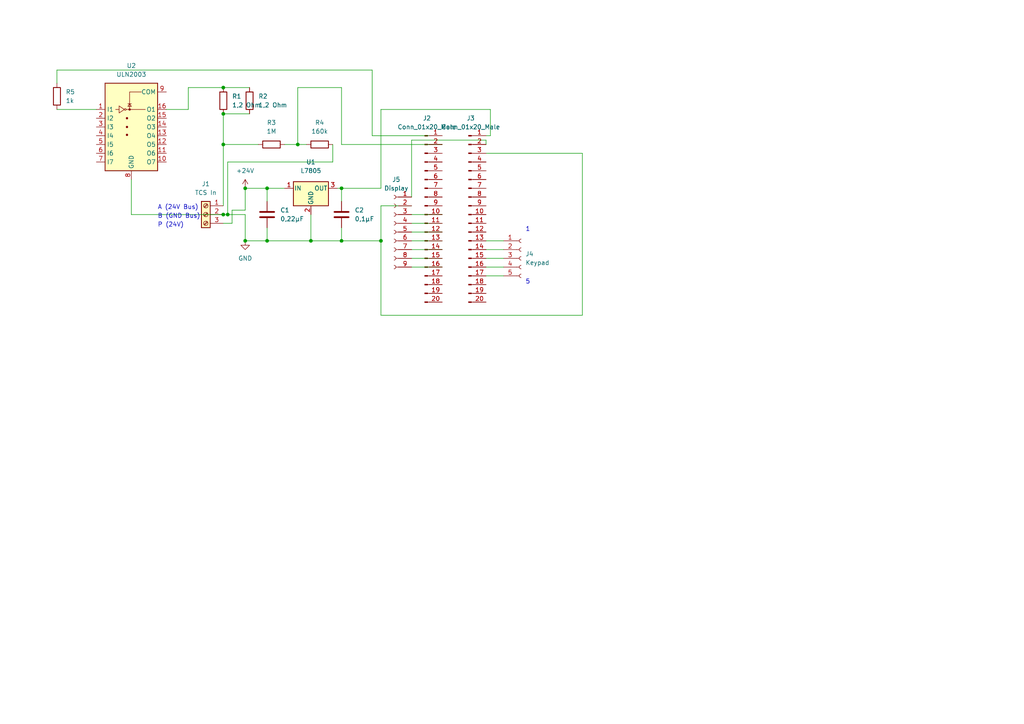
<source format=kicad_sch>
(kicad_sch (version 20211123) (generator eeschema)

  (uuid edcb1de5-d292-429a-a863-131d19b76a56)

  (paper "A4")

  (lib_symbols
    (symbol "Connector:Conn_01x05_Female" (pin_names (offset 1.016) hide) (in_bom yes) (on_board yes)
      (property "Reference" "J" (id 0) (at 0 7.62 0)
        (effects (font (size 1.27 1.27)))
      )
      (property "Value" "Conn_01x05_Female" (id 1) (at 0 -7.62 0)
        (effects (font (size 1.27 1.27)))
      )
      (property "Footprint" "" (id 2) (at 0 0 0)
        (effects (font (size 1.27 1.27)) hide)
      )
      (property "Datasheet" "~" (id 3) (at 0 0 0)
        (effects (font (size 1.27 1.27)) hide)
      )
      (property "ki_keywords" "connector" (id 4) (at 0 0 0)
        (effects (font (size 1.27 1.27)) hide)
      )
      (property "ki_description" "Generic connector, single row, 01x05, script generated (kicad-library-utils/schlib/autogen/connector/)" (id 5) (at 0 0 0)
        (effects (font (size 1.27 1.27)) hide)
      )
      (property "ki_fp_filters" "Connector*:*_1x??_*" (id 6) (at 0 0 0)
        (effects (font (size 1.27 1.27)) hide)
      )
      (symbol "Conn_01x05_Female_1_1"
        (arc (start 0 -4.572) (mid -0.508 -5.08) (end 0 -5.588)
          (stroke (width 0.1524) (type default) (color 0 0 0 0))
          (fill (type none))
        )
        (arc (start 0 -2.032) (mid -0.508 -2.54) (end 0 -3.048)
          (stroke (width 0.1524) (type default) (color 0 0 0 0))
          (fill (type none))
        )
        (polyline
          (pts
            (xy -1.27 -5.08)
            (xy -0.508 -5.08)
          )
          (stroke (width 0.1524) (type default) (color 0 0 0 0))
          (fill (type none))
        )
        (polyline
          (pts
            (xy -1.27 -2.54)
            (xy -0.508 -2.54)
          )
          (stroke (width 0.1524) (type default) (color 0 0 0 0))
          (fill (type none))
        )
        (polyline
          (pts
            (xy -1.27 0)
            (xy -0.508 0)
          )
          (stroke (width 0.1524) (type default) (color 0 0 0 0))
          (fill (type none))
        )
        (polyline
          (pts
            (xy -1.27 2.54)
            (xy -0.508 2.54)
          )
          (stroke (width 0.1524) (type default) (color 0 0 0 0))
          (fill (type none))
        )
        (polyline
          (pts
            (xy -1.27 5.08)
            (xy -0.508 5.08)
          )
          (stroke (width 0.1524) (type default) (color 0 0 0 0))
          (fill (type none))
        )
        (arc (start 0 0.508) (mid -0.508 0) (end 0 -0.508)
          (stroke (width 0.1524) (type default) (color 0 0 0 0))
          (fill (type none))
        )
        (arc (start 0 3.048) (mid -0.508 2.54) (end 0 2.032)
          (stroke (width 0.1524) (type default) (color 0 0 0 0))
          (fill (type none))
        )
        (arc (start 0 5.588) (mid -0.508 5.08) (end 0 4.572)
          (stroke (width 0.1524) (type default) (color 0 0 0 0))
          (fill (type none))
        )
        (pin passive line (at -5.08 5.08 0) (length 3.81)
          (name "Pin_1" (effects (font (size 1.27 1.27))))
          (number "1" (effects (font (size 1.27 1.27))))
        )
        (pin passive line (at -5.08 2.54 0) (length 3.81)
          (name "Pin_2" (effects (font (size 1.27 1.27))))
          (number "2" (effects (font (size 1.27 1.27))))
        )
        (pin passive line (at -5.08 0 0) (length 3.81)
          (name "Pin_3" (effects (font (size 1.27 1.27))))
          (number "3" (effects (font (size 1.27 1.27))))
        )
        (pin passive line (at -5.08 -2.54 0) (length 3.81)
          (name "Pin_4" (effects (font (size 1.27 1.27))))
          (number "4" (effects (font (size 1.27 1.27))))
        )
        (pin passive line (at -5.08 -5.08 0) (length 3.81)
          (name "Pin_5" (effects (font (size 1.27 1.27))))
          (number "5" (effects (font (size 1.27 1.27))))
        )
      )
    )
    (symbol "Connector:Conn_01x09_Female" (pin_names (offset 1.016) hide) (in_bom yes) (on_board yes)
      (property "Reference" "J" (id 0) (at 0 12.7 0)
        (effects (font (size 1.27 1.27)))
      )
      (property "Value" "Conn_01x09_Female" (id 1) (at 0 -12.7 0)
        (effects (font (size 1.27 1.27)))
      )
      (property "Footprint" "" (id 2) (at 0 0 0)
        (effects (font (size 1.27 1.27)) hide)
      )
      (property "Datasheet" "~" (id 3) (at 0 0 0)
        (effects (font (size 1.27 1.27)) hide)
      )
      (property "ki_keywords" "connector" (id 4) (at 0 0 0)
        (effects (font (size 1.27 1.27)) hide)
      )
      (property "ki_description" "Generic connector, single row, 01x09, script generated (kicad-library-utils/schlib/autogen/connector/)" (id 5) (at 0 0 0)
        (effects (font (size 1.27 1.27)) hide)
      )
      (property "ki_fp_filters" "Connector*:*_1x??_*" (id 6) (at 0 0 0)
        (effects (font (size 1.27 1.27)) hide)
      )
      (symbol "Conn_01x09_Female_1_1"
        (arc (start 0 -9.652) (mid -0.508 -10.16) (end 0 -10.668)
          (stroke (width 0.1524) (type default) (color 0 0 0 0))
          (fill (type none))
        )
        (arc (start 0 -7.112) (mid -0.508 -7.62) (end 0 -8.128)
          (stroke (width 0.1524) (type default) (color 0 0 0 0))
          (fill (type none))
        )
        (arc (start 0 -4.572) (mid -0.508 -5.08) (end 0 -5.588)
          (stroke (width 0.1524) (type default) (color 0 0 0 0))
          (fill (type none))
        )
        (arc (start 0 -2.032) (mid -0.508 -2.54) (end 0 -3.048)
          (stroke (width 0.1524) (type default) (color 0 0 0 0))
          (fill (type none))
        )
        (polyline
          (pts
            (xy -1.27 -10.16)
            (xy -0.508 -10.16)
          )
          (stroke (width 0.1524) (type default) (color 0 0 0 0))
          (fill (type none))
        )
        (polyline
          (pts
            (xy -1.27 -7.62)
            (xy -0.508 -7.62)
          )
          (stroke (width 0.1524) (type default) (color 0 0 0 0))
          (fill (type none))
        )
        (polyline
          (pts
            (xy -1.27 -5.08)
            (xy -0.508 -5.08)
          )
          (stroke (width 0.1524) (type default) (color 0 0 0 0))
          (fill (type none))
        )
        (polyline
          (pts
            (xy -1.27 -2.54)
            (xy -0.508 -2.54)
          )
          (stroke (width 0.1524) (type default) (color 0 0 0 0))
          (fill (type none))
        )
        (polyline
          (pts
            (xy -1.27 0)
            (xy -0.508 0)
          )
          (stroke (width 0.1524) (type default) (color 0 0 0 0))
          (fill (type none))
        )
        (polyline
          (pts
            (xy -1.27 2.54)
            (xy -0.508 2.54)
          )
          (stroke (width 0.1524) (type default) (color 0 0 0 0))
          (fill (type none))
        )
        (polyline
          (pts
            (xy -1.27 5.08)
            (xy -0.508 5.08)
          )
          (stroke (width 0.1524) (type default) (color 0 0 0 0))
          (fill (type none))
        )
        (polyline
          (pts
            (xy -1.27 7.62)
            (xy -0.508 7.62)
          )
          (stroke (width 0.1524) (type default) (color 0 0 0 0))
          (fill (type none))
        )
        (polyline
          (pts
            (xy -1.27 10.16)
            (xy -0.508 10.16)
          )
          (stroke (width 0.1524) (type default) (color 0 0 0 0))
          (fill (type none))
        )
        (arc (start 0 0.508) (mid -0.508 0) (end 0 -0.508)
          (stroke (width 0.1524) (type default) (color 0 0 0 0))
          (fill (type none))
        )
        (arc (start 0 3.048) (mid -0.508 2.54) (end 0 2.032)
          (stroke (width 0.1524) (type default) (color 0 0 0 0))
          (fill (type none))
        )
        (arc (start 0 5.588) (mid -0.508 5.08) (end 0 4.572)
          (stroke (width 0.1524) (type default) (color 0 0 0 0))
          (fill (type none))
        )
        (arc (start 0 8.128) (mid -0.508 7.62) (end 0 7.112)
          (stroke (width 0.1524) (type default) (color 0 0 0 0))
          (fill (type none))
        )
        (arc (start 0 10.668) (mid -0.508 10.16) (end 0 9.652)
          (stroke (width 0.1524) (type default) (color 0 0 0 0))
          (fill (type none))
        )
        (pin passive line (at -5.08 10.16 0) (length 3.81)
          (name "Pin_1" (effects (font (size 1.27 1.27))))
          (number "1" (effects (font (size 1.27 1.27))))
        )
        (pin passive line (at -5.08 7.62 0) (length 3.81)
          (name "Pin_2" (effects (font (size 1.27 1.27))))
          (number "2" (effects (font (size 1.27 1.27))))
        )
        (pin passive line (at -5.08 5.08 0) (length 3.81)
          (name "Pin_3" (effects (font (size 1.27 1.27))))
          (number "3" (effects (font (size 1.27 1.27))))
        )
        (pin passive line (at -5.08 2.54 0) (length 3.81)
          (name "Pin_4" (effects (font (size 1.27 1.27))))
          (number "4" (effects (font (size 1.27 1.27))))
        )
        (pin passive line (at -5.08 0 0) (length 3.81)
          (name "Pin_5" (effects (font (size 1.27 1.27))))
          (number "5" (effects (font (size 1.27 1.27))))
        )
        (pin passive line (at -5.08 -2.54 0) (length 3.81)
          (name "Pin_6" (effects (font (size 1.27 1.27))))
          (number "6" (effects (font (size 1.27 1.27))))
        )
        (pin passive line (at -5.08 -5.08 0) (length 3.81)
          (name "Pin_7" (effects (font (size 1.27 1.27))))
          (number "7" (effects (font (size 1.27 1.27))))
        )
        (pin passive line (at -5.08 -7.62 0) (length 3.81)
          (name "Pin_8" (effects (font (size 1.27 1.27))))
          (number "8" (effects (font (size 1.27 1.27))))
        )
        (pin passive line (at -5.08 -10.16 0) (length 3.81)
          (name "Pin_9" (effects (font (size 1.27 1.27))))
          (number "9" (effects (font (size 1.27 1.27))))
        )
      )
    )
    (symbol "Connector:Conn_01x20_Male" (pin_names (offset 1.016) hide) (in_bom yes) (on_board yes)
      (property "Reference" "J" (id 0) (at 0 25.4 0)
        (effects (font (size 1.27 1.27)))
      )
      (property "Value" "Conn_01x20_Male" (id 1) (at 0 -27.94 0)
        (effects (font (size 1.27 1.27)))
      )
      (property "Footprint" "" (id 2) (at 0 0 0)
        (effects (font (size 1.27 1.27)) hide)
      )
      (property "Datasheet" "~" (id 3) (at 0 0 0)
        (effects (font (size 1.27 1.27)) hide)
      )
      (property "ki_keywords" "connector" (id 4) (at 0 0 0)
        (effects (font (size 1.27 1.27)) hide)
      )
      (property "ki_description" "Generic connector, single row, 01x20, script generated (kicad-library-utils/schlib/autogen/connector/)" (id 5) (at 0 0 0)
        (effects (font (size 1.27 1.27)) hide)
      )
      (property "ki_fp_filters" "Connector*:*_1x??_*" (id 6) (at 0 0 0)
        (effects (font (size 1.27 1.27)) hide)
      )
      (symbol "Conn_01x20_Male_1_1"
        (polyline
          (pts
            (xy 1.27 -25.4)
            (xy 0.8636 -25.4)
          )
          (stroke (width 0.1524) (type default) (color 0 0 0 0))
          (fill (type none))
        )
        (polyline
          (pts
            (xy 1.27 -22.86)
            (xy 0.8636 -22.86)
          )
          (stroke (width 0.1524) (type default) (color 0 0 0 0))
          (fill (type none))
        )
        (polyline
          (pts
            (xy 1.27 -20.32)
            (xy 0.8636 -20.32)
          )
          (stroke (width 0.1524) (type default) (color 0 0 0 0))
          (fill (type none))
        )
        (polyline
          (pts
            (xy 1.27 -17.78)
            (xy 0.8636 -17.78)
          )
          (stroke (width 0.1524) (type default) (color 0 0 0 0))
          (fill (type none))
        )
        (polyline
          (pts
            (xy 1.27 -15.24)
            (xy 0.8636 -15.24)
          )
          (stroke (width 0.1524) (type default) (color 0 0 0 0))
          (fill (type none))
        )
        (polyline
          (pts
            (xy 1.27 -12.7)
            (xy 0.8636 -12.7)
          )
          (stroke (width 0.1524) (type default) (color 0 0 0 0))
          (fill (type none))
        )
        (polyline
          (pts
            (xy 1.27 -10.16)
            (xy 0.8636 -10.16)
          )
          (stroke (width 0.1524) (type default) (color 0 0 0 0))
          (fill (type none))
        )
        (polyline
          (pts
            (xy 1.27 -7.62)
            (xy 0.8636 -7.62)
          )
          (stroke (width 0.1524) (type default) (color 0 0 0 0))
          (fill (type none))
        )
        (polyline
          (pts
            (xy 1.27 -5.08)
            (xy 0.8636 -5.08)
          )
          (stroke (width 0.1524) (type default) (color 0 0 0 0))
          (fill (type none))
        )
        (polyline
          (pts
            (xy 1.27 -2.54)
            (xy 0.8636 -2.54)
          )
          (stroke (width 0.1524) (type default) (color 0 0 0 0))
          (fill (type none))
        )
        (polyline
          (pts
            (xy 1.27 0)
            (xy 0.8636 0)
          )
          (stroke (width 0.1524) (type default) (color 0 0 0 0))
          (fill (type none))
        )
        (polyline
          (pts
            (xy 1.27 2.54)
            (xy 0.8636 2.54)
          )
          (stroke (width 0.1524) (type default) (color 0 0 0 0))
          (fill (type none))
        )
        (polyline
          (pts
            (xy 1.27 5.08)
            (xy 0.8636 5.08)
          )
          (stroke (width 0.1524) (type default) (color 0 0 0 0))
          (fill (type none))
        )
        (polyline
          (pts
            (xy 1.27 7.62)
            (xy 0.8636 7.62)
          )
          (stroke (width 0.1524) (type default) (color 0 0 0 0))
          (fill (type none))
        )
        (polyline
          (pts
            (xy 1.27 10.16)
            (xy 0.8636 10.16)
          )
          (stroke (width 0.1524) (type default) (color 0 0 0 0))
          (fill (type none))
        )
        (polyline
          (pts
            (xy 1.27 12.7)
            (xy 0.8636 12.7)
          )
          (stroke (width 0.1524) (type default) (color 0 0 0 0))
          (fill (type none))
        )
        (polyline
          (pts
            (xy 1.27 15.24)
            (xy 0.8636 15.24)
          )
          (stroke (width 0.1524) (type default) (color 0 0 0 0))
          (fill (type none))
        )
        (polyline
          (pts
            (xy 1.27 17.78)
            (xy 0.8636 17.78)
          )
          (stroke (width 0.1524) (type default) (color 0 0 0 0))
          (fill (type none))
        )
        (polyline
          (pts
            (xy 1.27 20.32)
            (xy 0.8636 20.32)
          )
          (stroke (width 0.1524) (type default) (color 0 0 0 0))
          (fill (type none))
        )
        (polyline
          (pts
            (xy 1.27 22.86)
            (xy 0.8636 22.86)
          )
          (stroke (width 0.1524) (type default) (color 0 0 0 0))
          (fill (type none))
        )
        (rectangle (start 0.8636 -25.273) (end 0 -25.527)
          (stroke (width 0.1524) (type default) (color 0 0 0 0))
          (fill (type outline))
        )
        (rectangle (start 0.8636 -22.733) (end 0 -22.987)
          (stroke (width 0.1524) (type default) (color 0 0 0 0))
          (fill (type outline))
        )
        (rectangle (start 0.8636 -20.193) (end 0 -20.447)
          (stroke (width 0.1524) (type default) (color 0 0 0 0))
          (fill (type outline))
        )
        (rectangle (start 0.8636 -17.653) (end 0 -17.907)
          (stroke (width 0.1524) (type default) (color 0 0 0 0))
          (fill (type outline))
        )
        (rectangle (start 0.8636 -15.113) (end 0 -15.367)
          (stroke (width 0.1524) (type default) (color 0 0 0 0))
          (fill (type outline))
        )
        (rectangle (start 0.8636 -12.573) (end 0 -12.827)
          (stroke (width 0.1524) (type default) (color 0 0 0 0))
          (fill (type outline))
        )
        (rectangle (start 0.8636 -10.033) (end 0 -10.287)
          (stroke (width 0.1524) (type default) (color 0 0 0 0))
          (fill (type outline))
        )
        (rectangle (start 0.8636 -7.493) (end 0 -7.747)
          (stroke (width 0.1524) (type default) (color 0 0 0 0))
          (fill (type outline))
        )
        (rectangle (start 0.8636 -4.953) (end 0 -5.207)
          (stroke (width 0.1524) (type default) (color 0 0 0 0))
          (fill (type outline))
        )
        (rectangle (start 0.8636 -2.413) (end 0 -2.667)
          (stroke (width 0.1524) (type default) (color 0 0 0 0))
          (fill (type outline))
        )
        (rectangle (start 0.8636 0.127) (end 0 -0.127)
          (stroke (width 0.1524) (type default) (color 0 0 0 0))
          (fill (type outline))
        )
        (rectangle (start 0.8636 2.667) (end 0 2.413)
          (stroke (width 0.1524) (type default) (color 0 0 0 0))
          (fill (type outline))
        )
        (rectangle (start 0.8636 5.207) (end 0 4.953)
          (stroke (width 0.1524) (type default) (color 0 0 0 0))
          (fill (type outline))
        )
        (rectangle (start 0.8636 7.747) (end 0 7.493)
          (stroke (width 0.1524) (type default) (color 0 0 0 0))
          (fill (type outline))
        )
        (rectangle (start 0.8636 10.287) (end 0 10.033)
          (stroke (width 0.1524) (type default) (color 0 0 0 0))
          (fill (type outline))
        )
        (rectangle (start 0.8636 12.827) (end 0 12.573)
          (stroke (width 0.1524) (type default) (color 0 0 0 0))
          (fill (type outline))
        )
        (rectangle (start 0.8636 15.367) (end 0 15.113)
          (stroke (width 0.1524) (type default) (color 0 0 0 0))
          (fill (type outline))
        )
        (rectangle (start 0.8636 17.907) (end 0 17.653)
          (stroke (width 0.1524) (type default) (color 0 0 0 0))
          (fill (type outline))
        )
        (rectangle (start 0.8636 20.447) (end 0 20.193)
          (stroke (width 0.1524) (type default) (color 0 0 0 0))
          (fill (type outline))
        )
        (rectangle (start 0.8636 22.987) (end 0 22.733)
          (stroke (width 0.1524) (type default) (color 0 0 0 0))
          (fill (type outline))
        )
        (pin passive line (at 5.08 22.86 180) (length 3.81)
          (name "Pin_1" (effects (font (size 1.27 1.27))))
          (number "1" (effects (font (size 1.27 1.27))))
        )
        (pin passive line (at 5.08 0 180) (length 3.81)
          (name "Pin_10" (effects (font (size 1.27 1.27))))
          (number "10" (effects (font (size 1.27 1.27))))
        )
        (pin passive line (at 5.08 -2.54 180) (length 3.81)
          (name "Pin_11" (effects (font (size 1.27 1.27))))
          (number "11" (effects (font (size 1.27 1.27))))
        )
        (pin passive line (at 5.08 -5.08 180) (length 3.81)
          (name "Pin_12" (effects (font (size 1.27 1.27))))
          (number "12" (effects (font (size 1.27 1.27))))
        )
        (pin passive line (at 5.08 -7.62 180) (length 3.81)
          (name "Pin_13" (effects (font (size 1.27 1.27))))
          (number "13" (effects (font (size 1.27 1.27))))
        )
        (pin passive line (at 5.08 -10.16 180) (length 3.81)
          (name "Pin_14" (effects (font (size 1.27 1.27))))
          (number "14" (effects (font (size 1.27 1.27))))
        )
        (pin passive line (at 5.08 -12.7 180) (length 3.81)
          (name "Pin_15" (effects (font (size 1.27 1.27))))
          (number "15" (effects (font (size 1.27 1.27))))
        )
        (pin passive line (at 5.08 -15.24 180) (length 3.81)
          (name "Pin_16" (effects (font (size 1.27 1.27))))
          (number "16" (effects (font (size 1.27 1.27))))
        )
        (pin passive line (at 5.08 -17.78 180) (length 3.81)
          (name "Pin_17" (effects (font (size 1.27 1.27))))
          (number "17" (effects (font (size 1.27 1.27))))
        )
        (pin passive line (at 5.08 -20.32 180) (length 3.81)
          (name "Pin_18" (effects (font (size 1.27 1.27))))
          (number "18" (effects (font (size 1.27 1.27))))
        )
        (pin passive line (at 5.08 -22.86 180) (length 3.81)
          (name "Pin_19" (effects (font (size 1.27 1.27))))
          (number "19" (effects (font (size 1.27 1.27))))
        )
        (pin passive line (at 5.08 20.32 180) (length 3.81)
          (name "Pin_2" (effects (font (size 1.27 1.27))))
          (number "2" (effects (font (size 1.27 1.27))))
        )
        (pin passive line (at 5.08 -25.4 180) (length 3.81)
          (name "Pin_20" (effects (font (size 1.27 1.27))))
          (number "20" (effects (font (size 1.27 1.27))))
        )
        (pin passive line (at 5.08 17.78 180) (length 3.81)
          (name "Pin_3" (effects (font (size 1.27 1.27))))
          (number "3" (effects (font (size 1.27 1.27))))
        )
        (pin passive line (at 5.08 15.24 180) (length 3.81)
          (name "Pin_4" (effects (font (size 1.27 1.27))))
          (number "4" (effects (font (size 1.27 1.27))))
        )
        (pin passive line (at 5.08 12.7 180) (length 3.81)
          (name "Pin_5" (effects (font (size 1.27 1.27))))
          (number "5" (effects (font (size 1.27 1.27))))
        )
        (pin passive line (at 5.08 10.16 180) (length 3.81)
          (name "Pin_6" (effects (font (size 1.27 1.27))))
          (number "6" (effects (font (size 1.27 1.27))))
        )
        (pin passive line (at 5.08 7.62 180) (length 3.81)
          (name "Pin_7" (effects (font (size 1.27 1.27))))
          (number "7" (effects (font (size 1.27 1.27))))
        )
        (pin passive line (at 5.08 5.08 180) (length 3.81)
          (name "Pin_8" (effects (font (size 1.27 1.27))))
          (number "8" (effects (font (size 1.27 1.27))))
        )
        (pin passive line (at 5.08 2.54 180) (length 3.81)
          (name "Pin_9" (effects (font (size 1.27 1.27))))
          (number "9" (effects (font (size 1.27 1.27))))
        )
      )
    )
    (symbol "Connector:Screw_Terminal_01x03" (pin_names (offset 1.016) hide) (in_bom yes) (on_board yes)
      (property "Reference" "J" (id 0) (at 0 5.08 0)
        (effects (font (size 1.27 1.27)))
      )
      (property "Value" "Screw_Terminal_01x03" (id 1) (at 0 -5.08 0)
        (effects (font (size 1.27 1.27)))
      )
      (property "Footprint" "" (id 2) (at 0 0 0)
        (effects (font (size 1.27 1.27)) hide)
      )
      (property "Datasheet" "~" (id 3) (at 0 0 0)
        (effects (font (size 1.27 1.27)) hide)
      )
      (property "ki_keywords" "screw terminal" (id 4) (at 0 0 0)
        (effects (font (size 1.27 1.27)) hide)
      )
      (property "ki_description" "Generic screw terminal, single row, 01x03, script generated (kicad-library-utils/schlib/autogen/connector/)" (id 5) (at 0 0 0)
        (effects (font (size 1.27 1.27)) hide)
      )
      (property "ki_fp_filters" "TerminalBlock*:*" (id 6) (at 0 0 0)
        (effects (font (size 1.27 1.27)) hide)
      )
      (symbol "Screw_Terminal_01x03_1_1"
        (rectangle (start -1.27 3.81) (end 1.27 -3.81)
          (stroke (width 0.254) (type default) (color 0 0 0 0))
          (fill (type background))
        )
        (circle (center 0 -2.54) (radius 0.635)
          (stroke (width 0.1524) (type default) (color 0 0 0 0))
          (fill (type none))
        )
        (polyline
          (pts
            (xy -0.5334 -2.2098)
            (xy 0.3302 -3.048)
          )
          (stroke (width 0.1524) (type default) (color 0 0 0 0))
          (fill (type none))
        )
        (polyline
          (pts
            (xy -0.5334 0.3302)
            (xy 0.3302 -0.508)
          )
          (stroke (width 0.1524) (type default) (color 0 0 0 0))
          (fill (type none))
        )
        (polyline
          (pts
            (xy -0.5334 2.8702)
            (xy 0.3302 2.032)
          )
          (stroke (width 0.1524) (type default) (color 0 0 0 0))
          (fill (type none))
        )
        (polyline
          (pts
            (xy -0.3556 -2.032)
            (xy 0.508 -2.8702)
          )
          (stroke (width 0.1524) (type default) (color 0 0 0 0))
          (fill (type none))
        )
        (polyline
          (pts
            (xy -0.3556 0.508)
            (xy 0.508 -0.3302)
          )
          (stroke (width 0.1524) (type default) (color 0 0 0 0))
          (fill (type none))
        )
        (polyline
          (pts
            (xy -0.3556 3.048)
            (xy 0.508 2.2098)
          )
          (stroke (width 0.1524) (type default) (color 0 0 0 0))
          (fill (type none))
        )
        (circle (center 0 0) (radius 0.635)
          (stroke (width 0.1524) (type default) (color 0 0 0 0))
          (fill (type none))
        )
        (circle (center 0 2.54) (radius 0.635)
          (stroke (width 0.1524) (type default) (color 0 0 0 0))
          (fill (type none))
        )
        (pin passive line (at -5.08 2.54 0) (length 3.81)
          (name "Pin_1" (effects (font (size 1.27 1.27))))
          (number "1" (effects (font (size 1.27 1.27))))
        )
        (pin passive line (at -5.08 0 0) (length 3.81)
          (name "Pin_2" (effects (font (size 1.27 1.27))))
          (number "2" (effects (font (size 1.27 1.27))))
        )
        (pin passive line (at -5.08 -2.54 0) (length 3.81)
          (name "Pin_3" (effects (font (size 1.27 1.27))))
          (number "3" (effects (font (size 1.27 1.27))))
        )
      )
    )
    (symbol "Device:C" (pin_numbers hide) (pin_names (offset 0.254)) (in_bom yes) (on_board yes)
      (property "Reference" "C" (id 0) (at 0.635 2.54 0)
        (effects (font (size 1.27 1.27)) (justify left))
      )
      (property "Value" "C" (id 1) (at 0.635 -2.54 0)
        (effects (font (size 1.27 1.27)) (justify left))
      )
      (property "Footprint" "" (id 2) (at 0.9652 -3.81 0)
        (effects (font (size 1.27 1.27)) hide)
      )
      (property "Datasheet" "~" (id 3) (at 0 0 0)
        (effects (font (size 1.27 1.27)) hide)
      )
      (property "ki_keywords" "cap capacitor" (id 4) (at 0 0 0)
        (effects (font (size 1.27 1.27)) hide)
      )
      (property "ki_description" "Unpolarized capacitor" (id 5) (at 0 0 0)
        (effects (font (size 1.27 1.27)) hide)
      )
      (property "ki_fp_filters" "C_*" (id 6) (at 0 0 0)
        (effects (font (size 1.27 1.27)) hide)
      )
      (symbol "C_0_1"
        (polyline
          (pts
            (xy -2.032 -0.762)
            (xy 2.032 -0.762)
          )
          (stroke (width 0.508) (type default) (color 0 0 0 0))
          (fill (type none))
        )
        (polyline
          (pts
            (xy -2.032 0.762)
            (xy 2.032 0.762)
          )
          (stroke (width 0.508) (type default) (color 0 0 0 0))
          (fill (type none))
        )
      )
      (symbol "C_1_1"
        (pin passive line (at 0 3.81 270) (length 2.794)
          (name "~" (effects (font (size 1.27 1.27))))
          (number "1" (effects (font (size 1.27 1.27))))
        )
        (pin passive line (at 0 -3.81 90) (length 2.794)
          (name "~" (effects (font (size 1.27 1.27))))
          (number "2" (effects (font (size 1.27 1.27))))
        )
      )
    )
    (symbol "Device:R" (pin_numbers hide) (pin_names (offset 0)) (in_bom yes) (on_board yes)
      (property "Reference" "R" (id 0) (at 2.032 0 90)
        (effects (font (size 1.27 1.27)))
      )
      (property "Value" "R" (id 1) (at 0 0 90)
        (effects (font (size 1.27 1.27)))
      )
      (property "Footprint" "" (id 2) (at -1.778 0 90)
        (effects (font (size 1.27 1.27)) hide)
      )
      (property "Datasheet" "~" (id 3) (at 0 0 0)
        (effects (font (size 1.27 1.27)) hide)
      )
      (property "ki_keywords" "R res resistor" (id 4) (at 0 0 0)
        (effects (font (size 1.27 1.27)) hide)
      )
      (property "ki_description" "Resistor" (id 5) (at 0 0 0)
        (effects (font (size 1.27 1.27)) hide)
      )
      (property "ki_fp_filters" "R_*" (id 6) (at 0 0 0)
        (effects (font (size 1.27 1.27)) hide)
      )
      (symbol "R_0_1"
        (rectangle (start -1.016 -2.54) (end 1.016 2.54)
          (stroke (width 0.254) (type default) (color 0 0 0 0))
          (fill (type none))
        )
      )
      (symbol "R_1_1"
        (pin passive line (at 0 3.81 270) (length 1.27)
          (name "~" (effects (font (size 1.27 1.27))))
          (number "1" (effects (font (size 1.27 1.27))))
        )
        (pin passive line (at 0 -3.81 90) (length 1.27)
          (name "~" (effects (font (size 1.27 1.27))))
          (number "2" (effects (font (size 1.27 1.27))))
        )
      )
    )
    (symbol "Regulator_Linear:L7805" (pin_names (offset 0.254)) (in_bom yes) (on_board yes)
      (property "Reference" "U" (id 0) (at -3.81 3.175 0)
        (effects (font (size 1.27 1.27)))
      )
      (property "Value" "L7805" (id 1) (at 0 3.175 0)
        (effects (font (size 1.27 1.27)) (justify left))
      )
      (property "Footprint" "" (id 2) (at 0.635 -3.81 0)
        (effects (font (size 1.27 1.27) italic) (justify left) hide)
      )
      (property "Datasheet" "http://www.st.com/content/ccc/resource/technical/document/datasheet/41/4f/b3/b0/12/d4/47/88/CD00000444.pdf/files/CD00000444.pdf/jcr:content/translations/en.CD00000444.pdf" (id 3) (at 0 -1.27 0)
        (effects (font (size 1.27 1.27)) hide)
      )
      (property "ki_keywords" "Voltage Regulator 1.5A Positive" (id 4) (at 0 0 0)
        (effects (font (size 1.27 1.27)) hide)
      )
      (property "ki_description" "Positive 1.5A 35V Linear Regulator, Fixed Output 5V, TO-220/TO-263/TO-252" (id 5) (at 0 0 0)
        (effects (font (size 1.27 1.27)) hide)
      )
      (property "ki_fp_filters" "TO?252* TO?263* TO?220*" (id 6) (at 0 0 0)
        (effects (font (size 1.27 1.27)) hide)
      )
      (symbol "L7805_0_1"
        (rectangle (start -5.08 1.905) (end 5.08 -5.08)
          (stroke (width 0.254) (type default) (color 0 0 0 0))
          (fill (type background))
        )
      )
      (symbol "L7805_1_1"
        (pin power_in line (at -7.62 0 0) (length 2.54)
          (name "IN" (effects (font (size 1.27 1.27))))
          (number "1" (effects (font (size 1.27 1.27))))
        )
        (pin power_in line (at 0 -7.62 90) (length 2.54)
          (name "GND" (effects (font (size 1.27 1.27))))
          (number "2" (effects (font (size 1.27 1.27))))
        )
        (pin power_out line (at 7.62 0 180) (length 2.54)
          (name "OUT" (effects (font (size 1.27 1.27))))
          (number "3" (effects (font (size 1.27 1.27))))
        )
      )
    )
    (symbol "Transistor_Array:ULN2003" (in_bom yes) (on_board yes)
      (property "Reference" "U" (id 0) (at 0 15.875 0)
        (effects (font (size 1.27 1.27)))
      )
      (property "Value" "ULN2003" (id 1) (at 0 13.97 0)
        (effects (font (size 1.27 1.27)))
      )
      (property "Footprint" "" (id 2) (at 1.27 -13.97 0)
        (effects (font (size 1.27 1.27)) (justify left) hide)
      )
      (property "Datasheet" "http://www.ti.com/lit/ds/symlink/uln2003a.pdf" (id 3) (at 2.54 -5.08 0)
        (effects (font (size 1.27 1.27)) hide)
      )
      (property "ki_keywords" "darlington transistor array" (id 4) (at 0 0 0)
        (effects (font (size 1.27 1.27)) hide)
      )
      (property "ki_description" "High Voltage, High Current Darlington Transistor Arrays, SOIC16/SOIC16W/DIP16/TSSOP16" (id 5) (at 0 0 0)
        (effects (font (size 1.27 1.27)) hide)
      )
      (property "ki_fp_filters" "DIP*W7.62mm* SOIC*3.9x9.9mm*P1.27mm* SSOP*4.4x5.2mm*P0.65mm* TSSOP*4.4x5mm*P0.65mm* SOIC*W*5.3x10.2mm*P1.27mm*" (id 6) (at 0 0 0)
        (effects (font (size 1.27 1.27)) hide)
      )
      (symbol "ULN2003_0_1"
        (rectangle (start -7.62 -12.7) (end 7.62 12.7)
          (stroke (width 0.254) (type default) (color 0 0 0 0))
          (fill (type background))
        )
        (circle (center -1.778 5.08) (radius 0.254)
          (stroke (width 0) (type default) (color 0 0 0 0))
          (fill (type none))
        )
        (circle (center -1.27 -2.286) (radius 0.254)
          (stroke (width 0) (type default) (color 0 0 0 0))
          (fill (type outline))
        )
        (circle (center -1.27 0) (radius 0.254)
          (stroke (width 0) (type default) (color 0 0 0 0))
          (fill (type outline))
        )
        (circle (center -1.27 2.54) (radius 0.254)
          (stroke (width 0) (type default) (color 0 0 0 0))
          (fill (type outline))
        )
        (circle (center -0.508 5.08) (radius 0.254)
          (stroke (width 0) (type default) (color 0 0 0 0))
          (fill (type outline))
        )
        (polyline
          (pts
            (xy -4.572 5.08)
            (xy -3.556 5.08)
          )
          (stroke (width 0) (type default) (color 0 0 0 0))
          (fill (type none))
        )
        (polyline
          (pts
            (xy -1.524 5.08)
            (xy 4.064 5.08)
          )
          (stroke (width 0) (type default) (color 0 0 0 0))
          (fill (type none))
        )
        (polyline
          (pts
            (xy 0 6.731)
            (xy -1.016 6.731)
          )
          (stroke (width 0) (type default) (color 0 0 0 0))
          (fill (type none))
        )
        (polyline
          (pts
            (xy -0.508 5.08)
            (xy -0.508 10.16)
            (xy 2.921 10.16)
          )
          (stroke (width 0) (type default) (color 0 0 0 0))
          (fill (type none))
        )
        (polyline
          (pts
            (xy -3.556 6.096)
            (xy -3.556 4.064)
            (xy -2.032 5.08)
            (xy -3.556 6.096)
          )
          (stroke (width 0) (type default) (color 0 0 0 0))
          (fill (type none))
        )
        (polyline
          (pts
            (xy 0 5.969)
            (xy -1.016 5.969)
            (xy -0.508 6.731)
            (xy 0 5.969)
          )
          (stroke (width 0) (type default) (color 0 0 0 0))
          (fill (type none))
        )
      )
      (symbol "ULN2003_1_1"
        (pin input line (at -10.16 5.08 0) (length 2.54)
          (name "I1" (effects (font (size 1.27 1.27))))
          (number "1" (effects (font (size 1.27 1.27))))
        )
        (pin open_collector line (at 10.16 -10.16 180) (length 2.54)
          (name "O7" (effects (font (size 1.27 1.27))))
          (number "10" (effects (font (size 1.27 1.27))))
        )
        (pin open_collector line (at 10.16 -7.62 180) (length 2.54)
          (name "O6" (effects (font (size 1.27 1.27))))
          (number "11" (effects (font (size 1.27 1.27))))
        )
        (pin open_collector line (at 10.16 -5.08 180) (length 2.54)
          (name "O5" (effects (font (size 1.27 1.27))))
          (number "12" (effects (font (size 1.27 1.27))))
        )
        (pin open_collector line (at 10.16 -2.54 180) (length 2.54)
          (name "O4" (effects (font (size 1.27 1.27))))
          (number "13" (effects (font (size 1.27 1.27))))
        )
        (pin open_collector line (at 10.16 0 180) (length 2.54)
          (name "O3" (effects (font (size 1.27 1.27))))
          (number "14" (effects (font (size 1.27 1.27))))
        )
        (pin open_collector line (at 10.16 2.54 180) (length 2.54)
          (name "O2" (effects (font (size 1.27 1.27))))
          (number "15" (effects (font (size 1.27 1.27))))
        )
        (pin open_collector line (at 10.16 5.08 180) (length 2.54)
          (name "O1" (effects (font (size 1.27 1.27))))
          (number "16" (effects (font (size 1.27 1.27))))
        )
        (pin input line (at -10.16 2.54 0) (length 2.54)
          (name "I2" (effects (font (size 1.27 1.27))))
          (number "2" (effects (font (size 1.27 1.27))))
        )
        (pin input line (at -10.16 0 0) (length 2.54)
          (name "I3" (effects (font (size 1.27 1.27))))
          (number "3" (effects (font (size 1.27 1.27))))
        )
        (pin input line (at -10.16 -2.54 0) (length 2.54)
          (name "I4" (effects (font (size 1.27 1.27))))
          (number "4" (effects (font (size 1.27 1.27))))
        )
        (pin input line (at -10.16 -5.08 0) (length 2.54)
          (name "I5" (effects (font (size 1.27 1.27))))
          (number "5" (effects (font (size 1.27 1.27))))
        )
        (pin input line (at -10.16 -7.62 0) (length 2.54)
          (name "I6" (effects (font (size 1.27 1.27))))
          (number "6" (effects (font (size 1.27 1.27))))
        )
        (pin input line (at -10.16 -10.16 0) (length 2.54)
          (name "I7" (effects (font (size 1.27 1.27))))
          (number "7" (effects (font (size 1.27 1.27))))
        )
        (pin power_in line (at 0 -15.24 90) (length 2.54)
          (name "GND" (effects (font (size 1.27 1.27))))
          (number "8" (effects (font (size 1.27 1.27))))
        )
        (pin passive line (at 10.16 10.16 180) (length 2.54)
          (name "COM" (effects (font (size 1.27 1.27))))
          (number "9" (effects (font (size 1.27 1.27))))
        )
      )
    )
    (symbol "power:+24V" (power) (pin_names (offset 0)) (in_bom yes) (on_board yes)
      (property "Reference" "#PWR" (id 0) (at 0 -3.81 0)
        (effects (font (size 1.27 1.27)) hide)
      )
      (property "Value" "+24V" (id 1) (at 0 3.556 0)
        (effects (font (size 1.27 1.27)))
      )
      (property "Footprint" "" (id 2) (at 0 0 0)
        (effects (font (size 1.27 1.27)) hide)
      )
      (property "Datasheet" "" (id 3) (at 0 0 0)
        (effects (font (size 1.27 1.27)) hide)
      )
      (property "ki_keywords" "power-flag" (id 4) (at 0 0 0)
        (effects (font (size 1.27 1.27)) hide)
      )
      (property "ki_description" "Power symbol creates a global label with name \"+24V\"" (id 5) (at 0 0 0)
        (effects (font (size 1.27 1.27)) hide)
      )
      (symbol "+24V_0_1"
        (polyline
          (pts
            (xy -0.762 1.27)
            (xy 0 2.54)
          )
          (stroke (width 0) (type default) (color 0 0 0 0))
          (fill (type none))
        )
        (polyline
          (pts
            (xy 0 0)
            (xy 0 2.54)
          )
          (stroke (width 0) (type default) (color 0 0 0 0))
          (fill (type none))
        )
        (polyline
          (pts
            (xy 0 2.54)
            (xy 0.762 1.27)
          )
          (stroke (width 0) (type default) (color 0 0 0 0))
          (fill (type none))
        )
      )
      (symbol "+24V_1_1"
        (pin power_in line (at 0 0 90) (length 0) hide
          (name "+24V" (effects (font (size 1.27 1.27))))
          (number "1" (effects (font (size 1.27 1.27))))
        )
      )
    )
    (symbol "power:GND" (power) (pin_names (offset 0)) (in_bom yes) (on_board yes)
      (property "Reference" "#PWR" (id 0) (at 0 -6.35 0)
        (effects (font (size 1.27 1.27)) hide)
      )
      (property "Value" "GND" (id 1) (at 0 -3.81 0)
        (effects (font (size 1.27 1.27)))
      )
      (property "Footprint" "" (id 2) (at 0 0 0)
        (effects (font (size 1.27 1.27)) hide)
      )
      (property "Datasheet" "" (id 3) (at 0 0 0)
        (effects (font (size 1.27 1.27)) hide)
      )
      (property "ki_keywords" "power-flag" (id 4) (at 0 0 0)
        (effects (font (size 1.27 1.27)) hide)
      )
      (property "ki_description" "Power symbol creates a global label with name \"GND\" , ground" (id 5) (at 0 0 0)
        (effects (font (size 1.27 1.27)) hide)
      )
      (symbol "GND_0_1"
        (polyline
          (pts
            (xy 0 0)
            (xy 0 -1.27)
            (xy 1.27 -1.27)
            (xy 0 -2.54)
            (xy -1.27 -1.27)
            (xy 0 -1.27)
          )
          (stroke (width 0) (type default) (color 0 0 0 0))
          (fill (type none))
        )
      )
      (symbol "GND_1_1"
        (pin power_in line (at 0 0 270) (length 0) hide
          (name "GND" (effects (font (size 1.27 1.27))))
          (number "1" (effects (font (size 1.27 1.27))))
        )
      )
    )
  )

  (junction (at 86.36 41.91) (diameter 0) (color 0 0 0 0)
    (uuid 06dc767a-e97c-4064-915e-1e7d39e37dbb)
  )
  (junction (at 90.17 69.85) (diameter 0) (color 0 0 0 0)
    (uuid 2453ab01-e4f6-4749-8024-d8e10411f338)
  )
  (junction (at 64.77 25.4) (diameter 0) (color 0 0 0 0)
    (uuid 70efb4f5-69af-48fe-b046-547ab2fc5655)
  )
  (junction (at 71.12 54.61) (diameter 0) (color 0 0 0 0)
    (uuid 8d237dfe-4949-44a4-9c40-e74fe57e1a21)
  )
  (junction (at 99.06 54.61) (diameter 0) (color 0 0 0 0)
    (uuid 8d52c249-b889-49ab-9e44-09a048c74589)
  )
  (junction (at 71.12 69.85) (diameter 0) (color 0 0 0 0)
    (uuid 9297f86c-81ea-4ee2-a864-fd4da16dc094)
  )
  (junction (at 77.47 69.85) (diameter 0) (color 0 0 0 0)
    (uuid 97a9ae37-63f9-4707-b802-221808dcb939)
  )
  (junction (at 64.77 33.02) (diameter 0) (color 0 0 0 0)
    (uuid 97fe93b2-736b-4917-bd76-31588c38b16f)
  )
  (junction (at 66.04 62.23) (diameter 0) (color 0 0 0 0)
    (uuid ab0a1b26-d2fd-4786-83d9-518c20a65b63)
  )
  (junction (at 110.49 69.85) (diameter 0) (color 0 0 0 0)
    (uuid c4d07328-8310-427a-aacc-b729091775a2)
  )
  (junction (at 99.06 69.85) (diameter 0) (color 0 0 0 0)
    (uuid cb494419-2814-415d-b196-fca5cdd5b6ae)
  )
  (junction (at 64.77 41.91) (diameter 0) (color 0 0 0 0)
    (uuid cd984973-cfdf-40ef-8926-2bbe107768de)
  )
  (junction (at 77.47 54.61) (diameter 0) (color 0 0 0 0)
    (uuid ce8015b5-2462-4f86-82c9-6241e869932e)
  )
  (junction (at 64.77 62.23) (diameter 0) (color 0 0 0 0)
    (uuid ed02b277-57e3-440b-a1d4-67e2b466fc05)
  )

  (wire (pts (xy 38.1 52.07) (xy 38.1 62.23))
    (stroke (width 0) (type default) (color 0 0 0 0))
    (uuid 0945a266-d746-4ff3-9167-9d425622f05c)
  )
  (wire (pts (xy 142.24 31.75) (xy 142.24 39.37))
    (stroke (width 0) (type default) (color 0 0 0 0))
    (uuid 0e8e64dc-46a9-4cd9-89cd-88c7eaec9644)
  )
  (wire (pts (xy 119.38 57.15) (xy 119.38 40.64))
    (stroke (width 0) (type default) (color 0 0 0 0))
    (uuid 101a8b54-dc26-4961-8ffd-b1373248a659)
  )
  (wire (pts (xy 110.49 31.75) (xy 142.24 31.75))
    (stroke (width 0) (type default) (color 0 0 0 0))
    (uuid 10fe2e75-fd80-4708-8da3-c57e21c816eb)
  )
  (wire (pts (xy 107.95 39.37) (xy 128.27 39.37))
    (stroke (width 0) (type default) (color 0 0 0 0))
    (uuid 16d03dce-71a8-4fd2-bec4-0b1fcc67d1a7)
  )
  (wire (pts (xy 119.38 59.69) (xy 110.49 59.69))
    (stroke (width 0) (type default) (color 0 0 0 0))
    (uuid 1ce3fd16-4c79-482f-9ec3-36766e284e49)
  )
  (wire (pts (xy 82.55 41.91) (xy 86.36 41.91))
    (stroke (width 0) (type default) (color 0 0 0 0))
    (uuid 222319ae-2023-4fd8-a305-c6e2dd096a0a)
  )
  (wire (pts (xy 110.49 69.85) (xy 99.06 69.85))
    (stroke (width 0) (type default) (color 0 0 0 0))
    (uuid 2a7c244d-3d80-4040-99ac-f8c8c9ef971d)
  )
  (wire (pts (xy 119.38 69.85) (xy 128.27 69.85))
    (stroke (width 0) (type default) (color 0 0 0 0))
    (uuid 2f40ccd6-8e84-41a5-8b06-e2bf6bd53158)
  )
  (wire (pts (xy 96.52 46.99) (xy 66.04 46.99))
    (stroke (width 0) (type default) (color 0 0 0 0))
    (uuid 34ef3244-d857-4f8b-9597-5d9c3a2ca3a6)
  )
  (wire (pts (xy 140.97 69.85) (xy 146.05 69.85))
    (stroke (width 0) (type default) (color 0 0 0 0))
    (uuid 3c9ca97f-228d-41b3-b788-915144302091)
  )
  (wire (pts (xy 90.17 62.23) (xy 90.17 69.85))
    (stroke (width 0) (type default) (color 0 0 0 0))
    (uuid 3d994778-ed47-4dfd-8e38-8ba266b7bb5d)
  )
  (wire (pts (xy 142.24 39.37) (xy 140.97 39.37))
    (stroke (width 0) (type default) (color 0 0 0 0))
    (uuid 3f57a6b7-afa0-4e4a-ab62-dc58e4343210)
  )
  (wire (pts (xy 90.17 69.85) (xy 77.47 69.85))
    (stroke (width 0) (type default) (color 0 0 0 0))
    (uuid 3f8f7cca-7232-4ba0-9f49-7d27f330e9de)
  )
  (wire (pts (xy 66.04 46.99) (xy 66.04 62.23))
    (stroke (width 0) (type default) (color 0 0 0 0))
    (uuid 4708f886-d6b4-467c-989c-e77893fb1054)
  )
  (wire (pts (xy 66.04 62.23) (xy 71.12 62.23))
    (stroke (width 0) (type default) (color 0 0 0 0))
    (uuid 47aab019-8586-4f5c-a6b9-e3b937563bf9)
  )
  (wire (pts (xy 64.77 33.02) (xy 72.39 33.02))
    (stroke (width 0) (type default) (color 0 0 0 0))
    (uuid 5a0c6365-2fd1-4884-8e62-b57add9a828d)
  )
  (wire (pts (xy 99.06 25.4) (xy 99.06 41.91))
    (stroke (width 0) (type default) (color 0 0 0 0))
    (uuid 5b9c3510-ed6f-4b0b-bbea-de644bc760a4)
  )
  (wire (pts (xy 71.12 54.61) (xy 71.12 60.96))
    (stroke (width 0) (type default) (color 0 0 0 0))
    (uuid 5d710728-5dc7-4220-81f0-c06ef861b730)
  )
  (wire (pts (xy 119.38 62.23) (xy 128.27 62.23))
    (stroke (width 0) (type default) (color 0 0 0 0))
    (uuid 5da15fcd-ce8e-48a1-8c91-b947606ae91e)
  )
  (wire (pts (xy 140.97 72.39) (xy 146.05 72.39))
    (stroke (width 0) (type default) (color 0 0 0 0))
    (uuid 6033df67-070a-4549-8986-9965765df2b6)
  )
  (wire (pts (xy 119.38 72.39) (xy 128.27 72.39))
    (stroke (width 0) (type default) (color 0 0 0 0))
    (uuid 61ea60ab-b6cd-472a-9433-6a301ef617f8)
  )
  (wire (pts (xy 54.61 25.4) (xy 64.77 25.4))
    (stroke (width 0) (type default) (color 0 0 0 0))
    (uuid 68d799ac-dde8-4bd3-908c-d0510be664bd)
  )
  (wire (pts (xy 86.36 25.4) (xy 99.06 25.4))
    (stroke (width 0) (type default) (color 0 0 0 0))
    (uuid 71f1bac0-1f8a-4e3b-8ff7-ec6bcdf3fbcb)
  )
  (wire (pts (xy 64.77 62.23) (xy 66.04 62.23))
    (stroke (width 0) (type default) (color 0 0 0 0))
    (uuid 7919def6-43a7-4303-a48f-729db8b55159)
  )
  (wire (pts (xy 99.06 54.61) (xy 99.06 58.42))
    (stroke (width 0) (type default) (color 0 0 0 0))
    (uuid 7bf36dd0-4ef5-46d0-987a-46c3a17e3831)
  )
  (wire (pts (xy 99.06 69.85) (xy 90.17 69.85))
    (stroke (width 0) (type default) (color 0 0 0 0))
    (uuid 81a39951-59c9-4688-aeda-9f166c2f328a)
  )
  (wire (pts (xy 140.97 74.93) (xy 146.05 74.93))
    (stroke (width 0) (type default) (color 0 0 0 0))
    (uuid 83f64e8e-4c76-4786-bae1-beae04ec8102)
  )
  (wire (pts (xy 96.52 41.91) (xy 96.52 46.99))
    (stroke (width 0) (type default) (color 0 0 0 0))
    (uuid 8e205ac8-f551-434e-9359-18057a58b347)
  )
  (wire (pts (xy 67.31 64.77) (xy 64.77 64.77))
    (stroke (width 0) (type default) (color 0 0 0 0))
    (uuid 8fb8bdd5-953f-47a4-accb-e23afe8c9b04)
  )
  (wire (pts (xy 119.38 40.64) (xy 140.97 40.64))
    (stroke (width 0) (type default) (color 0 0 0 0))
    (uuid 92eb9fbf-bc1a-48d1-b43c-d326a3ec18fb)
  )
  (wire (pts (xy 119.38 77.47) (xy 128.27 77.47))
    (stroke (width 0) (type default) (color 0 0 0 0))
    (uuid 95e44b32-21a0-47f5-8c54-9a94ba4d58c2)
  )
  (wire (pts (xy 107.95 20.32) (xy 107.95 39.37))
    (stroke (width 0) (type default) (color 0 0 0 0))
    (uuid 9b61fbf6-919a-48e5-96ad-d6bd1819448c)
  )
  (wire (pts (xy 168.91 91.44) (xy 168.91 44.45))
    (stroke (width 0) (type default) (color 0 0 0 0))
    (uuid 9f1ca50d-713f-4d5f-be94-54efd9037938)
  )
  (wire (pts (xy 140.97 77.47) (xy 146.05 77.47))
    (stroke (width 0) (type default) (color 0 0 0 0))
    (uuid a2715330-ca4a-485f-8d04-9eb5ac3e8b0a)
  )
  (wire (pts (xy 97.79 54.61) (xy 99.06 54.61))
    (stroke (width 0) (type default) (color 0 0 0 0))
    (uuid a279d185-4775-41d5-8cfe-bf61f13b4153)
  )
  (wire (pts (xy 71.12 54.61) (xy 77.47 54.61))
    (stroke (width 0) (type default) (color 0 0 0 0))
    (uuid a37e1c05-d374-4ab2-abf8-a6bbd7fc6bba)
  )
  (wire (pts (xy 86.36 41.91) (xy 86.36 25.4))
    (stroke (width 0) (type default) (color 0 0 0 0))
    (uuid a93c052d-a395-4abf-9b4e-e072e57e3e55)
  )
  (wire (pts (xy 99.06 66.04) (xy 99.06 69.85))
    (stroke (width 0) (type default) (color 0 0 0 0))
    (uuid aa7118c1-e237-41ae-a46c-dceb5f20a89a)
  )
  (wire (pts (xy 38.1 62.23) (xy 64.77 62.23))
    (stroke (width 0) (type default) (color 0 0 0 0))
    (uuid ac61cba3-14ce-481f-9f57-2dc4300c2a3d)
  )
  (wire (pts (xy 119.38 74.93) (xy 128.27 74.93))
    (stroke (width 0) (type default) (color 0 0 0 0))
    (uuid ae0f64c6-1da1-44c1-9997-8b92f25b0993)
  )
  (wire (pts (xy 16.51 31.75) (xy 27.94 31.75))
    (stroke (width 0) (type default) (color 0 0 0 0))
    (uuid af8c2099-7e9b-4ed6-9bdc-b0fac8e4d794)
  )
  (wire (pts (xy 16.51 20.32) (xy 107.95 20.32))
    (stroke (width 0) (type default) (color 0 0 0 0))
    (uuid b22a0377-e9bd-428a-97b3-248cea6491fe)
  )
  (wire (pts (xy 71.12 60.96) (xy 67.31 60.96))
    (stroke (width 0) (type default) (color 0 0 0 0))
    (uuid b4e03ee0-9ec6-485a-98db-35e1e260d6fe)
  )
  (wire (pts (xy 77.47 54.61) (xy 82.55 54.61))
    (stroke (width 0) (type default) (color 0 0 0 0))
    (uuid b7315d42-b96d-4ff0-987c-43e771f2b023)
  )
  (wire (pts (xy 77.47 69.85) (xy 71.12 69.85))
    (stroke (width 0) (type default) (color 0 0 0 0))
    (uuid bc4c0b52-b62d-4c65-9b57-795689c2c597)
  )
  (wire (pts (xy 168.91 44.45) (xy 140.97 44.45))
    (stroke (width 0) (type default) (color 0 0 0 0))
    (uuid c23e1653-8ebf-4555-b6db-94db74f28b0f)
  )
  (wire (pts (xy 99.06 41.91) (xy 128.27 41.91))
    (stroke (width 0) (type default) (color 0 0 0 0))
    (uuid c2f30a2e-068e-418a-b8ff-511a4145556c)
  )
  (wire (pts (xy 119.38 64.77) (xy 128.27 64.77))
    (stroke (width 0) (type default) (color 0 0 0 0))
    (uuid c610bf0f-832c-41b6-ae86-0d5d42a7ae63)
  )
  (wire (pts (xy 140.97 40.64) (xy 140.97 41.91))
    (stroke (width 0) (type default) (color 0 0 0 0))
    (uuid c752bf80-c72b-4b1e-86df-75d76d31d527)
  )
  (wire (pts (xy 110.49 69.85) (xy 110.49 91.44))
    (stroke (width 0) (type default) (color 0 0 0 0))
    (uuid c7c890bc-168a-4818-bed1-af5a33d8f143)
  )
  (wire (pts (xy 86.36 41.91) (xy 88.9 41.91))
    (stroke (width 0) (type default) (color 0 0 0 0))
    (uuid c8964fa3-725e-4e78-b9c5-441dde4d2ca1)
  )
  (wire (pts (xy 110.49 91.44) (xy 168.91 91.44))
    (stroke (width 0) (type default) (color 0 0 0 0))
    (uuid cbbc1189-b43a-48cb-af00-45bd59ece1c4)
  )
  (wire (pts (xy 119.38 67.31) (xy 128.27 67.31))
    (stroke (width 0) (type default) (color 0 0 0 0))
    (uuid cfc7ff2c-bb2a-4e54-9e91-c7da2ed345b1)
  )
  (wire (pts (xy 110.49 54.61) (xy 99.06 54.61))
    (stroke (width 0) (type default) (color 0 0 0 0))
    (uuid d1d0d244-969f-409a-9a55-608022215bb3)
  )
  (wire (pts (xy 110.49 54.61) (xy 110.49 31.75))
    (stroke (width 0) (type default) (color 0 0 0 0))
    (uuid d31f101a-3ea3-4597-80d0-0bc659d4b56b)
  )
  (wire (pts (xy 64.77 33.02) (xy 64.77 41.91))
    (stroke (width 0) (type default) (color 0 0 0 0))
    (uuid d3a51cfa-d40d-4e1a-a497-6ff4de8d9eab)
  )
  (wire (pts (xy 48.26 31.75) (xy 54.61 31.75))
    (stroke (width 0) (type default) (color 0 0 0 0))
    (uuid d6faa1e1-464a-46a2-9731-1255ae123b58)
  )
  (wire (pts (xy 71.12 62.23) (xy 71.12 69.85))
    (stroke (width 0) (type default) (color 0 0 0 0))
    (uuid d97c9464-5b0e-4008-9a33-84572aa24363)
  )
  (wire (pts (xy 64.77 41.91) (xy 74.93 41.91))
    (stroke (width 0) (type default) (color 0 0 0 0))
    (uuid d99e612e-93d1-4f7b-bd80-a6826765f4ee)
  )
  (wire (pts (xy 54.61 31.75) (xy 54.61 25.4))
    (stroke (width 0) (type default) (color 0 0 0 0))
    (uuid dd4dfd0d-755d-4547-a06d-2619abaa36a6)
  )
  (wire (pts (xy 16.51 24.13) (xy 16.51 20.32))
    (stroke (width 0) (type default) (color 0 0 0 0))
    (uuid e79b6022-e0cc-4fc3-b3c9-66957fc047ae)
  )
  (wire (pts (xy 67.31 60.96) (xy 67.31 64.77))
    (stroke (width 0) (type default) (color 0 0 0 0))
    (uuid ecd2e224-89f9-47cf-8eeb-8a5228705e1d)
  )
  (wire (pts (xy 140.97 80.01) (xy 146.05 80.01))
    (stroke (width 0) (type default) (color 0 0 0 0))
    (uuid ed447bd5-fece-48e7-9a99-0d061eb7680e)
  )
  (wire (pts (xy 77.47 66.04) (xy 77.47 69.85))
    (stroke (width 0) (type default) (color 0 0 0 0))
    (uuid f0e24452-a457-4f37-aac4-2a8a8159d8fd)
  )
  (wire (pts (xy 64.77 41.91) (xy 64.77 59.69))
    (stroke (width 0) (type default) (color 0 0 0 0))
    (uuid f1d3f45f-458e-46c1-a5db-f37d2d6aa6cd)
  )
  (wire (pts (xy 110.49 59.69) (xy 110.49 69.85))
    (stroke (width 0) (type default) (color 0 0 0 0))
    (uuid f4bb8900-f421-41b3-a1cc-46b870100e29)
  )
  (wire (pts (xy 77.47 54.61) (xy 77.47 58.42))
    (stroke (width 0) (type default) (color 0 0 0 0))
    (uuid f9658f4b-6a0b-4c8c-ba7a-9a1161c42170)
  )
  (wire (pts (xy 64.77 25.4) (xy 72.39 25.4))
    (stroke (width 0) (type default) (color 0 0 0 0))
    (uuid fdc538f7-d170-4d38-b6fe-22a4f0d9a6dc)
  )

  (text "5" (at 152.4 82.55 0)
    (effects (font (size 1.27 1.27)) (justify left bottom))
    (uuid 2ca86d11-78cb-45c4-97e8-874e114b814e)
  )
  (text "1" (at 152.4 67.31 0)
    (effects (font (size 1.27 1.27)) (justify left bottom))
    (uuid 54cd7d86-7b90-42d3-b199-2be8b432d236)
  )
  (text "P (24V)" (at 45.72 66.04 0)
    (effects (font (size 1.27 1.27)) (justify left bottom))
    (uuid 5d5cfc18-b82f-42b9-96ae-e2acd478f4a5)
  )
  (text "A (24V Bus)" (at 45.72 60.96 0)
    (effects (font (size 1.27 1.27)) (justify left bottom))
    (uuid a1fb5504-8aae-4952-b520-6a51ea926e0b)
  )
  (text "B (GND Bus)" (at 45.72 63.5 0)
    (effects (font (size 1.27 1.27)) (justify left bottom))
    (uuid e11901b1-5157-4c0d-95a6-d43ca1415c14)
  )

  (symbol (lib_id "power:+24V") (at 71.12 54.61 0) (unit 1)
    (in_bom yes) (on_board yes) (fields_autoplaced)
    (uuid 143c63b4-78bd-4783-b917-185c1489d16c)
    (property "Reference" "#PWR0102" (id 0) (at 71.12 58.42 0)
      (effects (font (size 1.27 1.27)) hide)
    )
    (property "Value" "+24V" (id 1) (at 71.12 49.53 0))
    (property "Footprint" "" (id 2) (at 71.12 54.61 0)
      (effects (font (size 1.27 1.27)) hide)
    )
    (property "Datasheet" "" (id 3) (at 71.12 54.61 0)
      (effects (font (size 1.27 1.27)) hide)
    )
    (pin "1" (uuid 784dc1c5-4570-4a1a-9c64-aa4972cc8d30))
  )

  (symbol (lib_id "Device:R") (at 64.77 29.21 0) (unit 1)
    (in_bom yes) (on_board yes) (fields_autoplaced)
    (uuid 26697356-fc66-4927-a9bd-9b95fd59e9ed)
    (property "Reference" "R1" (id 0) (at 67.31 27.9399 0)
      (effects (font (size 1.27 1.27)) (justify left))
    )
    (property "Value" "1,2 Ohm" (id 1) (at 67.31 30.4799 0)
      (effects (font (size 1.27 1.27)) (justify left))
    )
    (property "Footprint" "Resistor_THT:R_Axial_DIN0207_L6.3mm_D2.5mm_P10.16mm_Horizontal" (id 2) (at 62.992 29.21 90)
      (effects (font (size 1.27 1.27)) hide)
    )
    (property "Datasheet" "~" (id 3) (at 64.77 29.21 0)
      (effects (font (size 1.27 1.27)) hide)
    )
    (pin "1" (uuid 6d71ee76-e5fc-4930-af9c-8fe274864f91))
    (pin "2" (uuid 91c47ee0-f3a2-4d58-99a2-5188dc2bf3f1))
  )

  (symbol (lib_id "Transistor_Array:ULN2003") (at 38.1 36.83 0) (unit 1)
    (in_bom yes) (on_board yes) (fields_autoplaced)
    (uuid 3337c503-be65-4ddc-8a0b-eb843d5e5e20)
    (property "Reference" "U2" (id 0) (at 38.1 19.05 0))
    (property "Value" "ULN2003" (id 1) (at 38.1 21.59 0))
    (property "Footprint" "Package_DIP:DIP-16_W7.62mm" (id 2) (at 39.37 50.8 0)
      (effects (font (size 1.27 1.27)) (justify left) hide)
    )
    (property "Datasheet" "http://www.ti.com/lit/ds/symlink/uln2003a.pdf" (id 3) (at 40.64 41.91 0)
      (effects (font (size 1.27 1.27)) hide)
    )
    (pin "1" (uuid 0344faf8-adf3-4645-b9ed-988572ee64ad))
    (pin "10" (uuid 0ff64edb-f470-4da9-add7-97e464e96ff8))
    (pin "11" (uuid 2ea4ab6d-b21c-4884-a6d2-256e3c52dbaf))
    (pin "12" (uuid ce3bd5bc-1253-468c-a7ee-7a430a2f077e))
    (pin "13" (uuid f8d3a9a0-d6c9-446b-9acc-0e1207da8bb9))
    (pin "14" (uuid 3e9c930b-783a-42bc-b514-108134be7931))
    (pin "15" (uuid c2e9918e-a3c2-4613-8693-437d207c002b))
    (pin "16" (uuid bf9dee8b-0ffb-4fe7-ae52-70c4c8bf5c18))
    (pin "2" (uuid 007f9824-7e59-452c-8b66-758edeed89c2))
    (pin "3" (uuid a198c23d-1553-4f78-808f-b0e1e4c7768f))
    (pin "4" (uuid 5a184ff3-5123-4148-afa2-8f2c4c8bf353))
    (pin "5" (uuid ebcc894f-4e22-4d79-81ea-bd29969cf4ea))
    (pin "6" (uuid 25ace61e-ef59-4a00-b7e3-febe88df1b94))
    (pin "7" (uuid 8a80841f-a153-4715-9fa8-b6f72ad7988b))
    (pin "8" (uuid e9c70a80-b72c-49db-b0c0-a86f352c0f36))
    (pin "9" (uuid 02315c53-6492-493b-9edc-a9258495d6d7))
  )

  (symbol (lib_id "Device:R") (at 72.39 29.21 0) (unit 1)
    (in_bom yes) (on_board yes) (fields_autoplaced)
    (uuid 3760c7e9-9161-4ca5-83d7-01ad3aa466b5)
    (property "Reference" "R2" (id 0) (at 74.93 27.9399 0)
      (effects (font (size 1.27 1.27)) (justify left))
    )
    (property "Value" "1,2 Ohm" (id 1) (at 74.93 30.4799 0)
      (effects (font (size 1.27 1.27)) (justify left))
    )
    (property "Footprint" "Resistor_THT:R_Axial_DIN0207_L6.3mm_D2.5mm_P10.16mm_Horizontal" (id 2) (at 70.612 29.21 90)
      (effects (font (size 1.27 1.27)) hide)
    )
    (property "Datasheet" "~" (id 3) (at 72.39 29.21 0)
      (effects (font (size 1.27 1.27)) hide)
    )
    (pin "1" (uuid 0cac20e4-07b1-4361-8326-d3b80dd355ec))
    (pin "2" (uuid 803d0cb7-cd6b-4f32-aa53-527fe40de71e))
  )

  (symbol (lib_id "power:GND") (at 71.12 69.85 0) (unit 1)
    (in_bom yes) (on_board yes) (fields_autoplaced)
    (uuid 3ff02ad4-90fd-4953-a3e5-a9d50444f4f7)
    (property "Reference" "#PWR0101" (id 0) (at 71.12 76.2 0)
      (effects (font (size 1.27 1.27)) hide)
    )
    (property "Value" "GND" (id 1) (at 71.12 74.93 0))
    (property "Footprint" "" (id 2) (at 71.12 69.85 0)
      (effects (font (size 1.27 1.27)) hide)
    )
    (property "Datasheet" "" (id 3) (at 71.12 69.85 0)
      (effects (font (size 1.27 1.27)) hide)
    )
    (pin "1" (uuid a63256a3-4f0b-4d7f-b003-bdec9c0883c7))
  )

  (symbol (lib_id "Connector:Conn_01x09_Female") (at 114.3 67.31 0) (mirror y) (unit 1)
    (in_bom yes) (on_board yes) (fields_autoplaced)
    (uuid 6187e9be-0d47-422b-8705-6be28d327e16)
    (property "Reference" "J5" (id 0) (at 114.935 52.07 0))
    (property "Value" "Display" (id 1) (at 114.935 54.61 0))
    (property "Footprint" "Connector_PinSocket_2.54mm:PinSocket_1x09_P2.54mm_Vertical" (id 2) (at 114.3 67.31 0)
      (effects (font (size 1.27 1.27)) hide)
    )
    (property "Datasheet" "~" (id 3) (at 114.3 67.31 0)
      (effects (font (size 1.27 1.27)) hide)
    )
    (pin "1" (uuid a47c7379-a59e-4cfc-a071-9c20991ade66))
    (pin "2" (uuid 52c3beff-4d58-4e22-93b2-dc8378d94f8e))
    (pin "3" (uuid ace72585-8ef1-4f82-afd6-e2aec7ef2f83))
    (pin "4" (uuid b084cf3e-9ee4-44a7-8721-455e8c1cc7d1))
    (pin "5" (uuid 53a40702-df0a-40dc-9efa-23aa36414718))
    (pin "6" (uuid 3e2ce12c-f47e-4223-a849-58a660f9e7f8))
    (pin "7" (uuid 3cdd638c-92bf-436a-b34e-6ac543747032))
    (pin "8" (uuid 81fc2f91-a708-421f-8fd4-15ed869b8967))
    (pin "9" (uuid 55bf3b74-c6f8-45f9-ac24-36ac02e166ff))
  )

  (symbol (lib_id "Connector:Screw_Terminal_01x03") (at 59.69 62.23 0) (mirror y) (unit 1)
    (in_bom yes) (on_board yes) (fields_autoplaced)
    (uuid 63d453b9-d284-4409-9245-4a4515ff5ac3)
    (property "Reference" "J1" (id 0) (at 59.69 53.34 0))
    (property "Value" "TCS In" (id 1) (at 59.69 55.88 0))
    (property "Footprint" "TerminalBlock_MetzConnect:TerminalBlock_MetzConnect_Type011_RT05503HBWC_1x03_P5.00mm_Horizontal" (id 2) (at 59.69 62.23 0)
      (effects (font (size 1.27 1.27)) hide)
    )
    (property "Datasheet" "~" (id 3) (at 59.69 62.23 0)
      (effects (font (size 1.27 1.27)) hide)
    )
    (pin "1" (uuid 9d7aa2fa-d243-4964-8597-689b39d151f1))
    (pin "2" (uuid 0cf75e47-7181-47f3-9309-739293f8f08e))
    (pin "3" (uuid 59ca8553-45b4-49b1-895f-08eabd55d390))
  )

  (symbol (lib_id "Connector:Conn_01x20_Male") (at 135.89 62.23 0) (unit 1)
    (in_bom yes) (on_board yes) (fields_autoplaced)
    (uuid 7b781551-b0a2-4a9a-81b1-1844c7117d7d)
    (property "Reference" "J3" (id 0) (at 136.525 34.29 0))
    (property "Value" "Conn_01x20_Male" (id 1) (at 136.525 36.83 0))
    (property "Footprint" "Connector_PinSocket_2.54mm:PinSocket_1x20_P2.54mm_Vertical" (id 2) (at 135.89 62.23 0)
      (effects (font (size 1.27 1.27)) hide)
    )
    (property "Datasheet" "~" (id 3) (at 135.89 62.23 0)
      (effects (font (size 1.27 1.27)) hide)
    )
    (pin "1" (uuid 278ff775-26f0-409f-8ced-2e0ec9382b75))
    (pin "10" (uuid c4593f43-f241-44ef-a5f5-2f6a658511a6))
    (pin "11" (uuid ccb6a05a-9230-43e7-80b2-8194947ad298))
    (pin "12" (uuid a511f607-0073-411e-8dec-aebb744cc031))
    (pin "13" (uuid 614474d3-056c-4283-beff-918ed9726783))
    (pin "14" (uuid d7ec6ae7-e23f-48b2-8206-c69ace91f7b3))
    (pin "15" (uuid 30fc261b-6a36-45f1-b8c6-ea58b5ef22a4))
    (pin "16" (uuid 1f26f99a-3385-4d58-9622-6664a2a8a393))
    (pin "17" (uuid 37e748fb-01c9-4711-ba8a-bb374b6c9014))
    (pin "18" (uuid 479169f1-ca67-455c-b69d-eff03da5b599))
    (pin "19" (uuid b8df6139-535f-455f-a437-6df084538e8c))
    (pin "2" (uuid f88f02a9-79c1-41b8-a1e4-315b84b7312c))
    (pin "20" (uuid 30e2a81b-95a9-463a-ad77-6ac2954dcc74))
    (pin "3" (uuid 15db8910-437c-417e-bb7c-07770a1695c6))
    (pin "4" (uuid 17004b83-e1d3-4944-9e1b-ca08d893cda4))
    (pin "5" (uuid 2b495b70-caba-4956-9f9e-ea326009b517))
    (pin "6" (uuid c103e745-a83d-443f-8c80-2a11df5979b5))
    (pin "7" (uuid 7d654935-38b8-48f5-a988-083e536a6eb5))
    (pin "8" (uuid d6100ba3-c48e-4d9f-8178-e4e1c6c766bc))
    (pin "9" (uuid 2a672373-5a88-44e1-ba35-8e212159138d))
  )

  (symbol (lib_id "Device:C") (at 77.47 62.23 0) (unit 1)
    (in_bom yes) (on_board yes) (fields_autoplaced)
    (uuid 9124c306-3f30-4184-a356-2194af541be6)
    (property "Reference" "C1" (id 0) (at 81.28 60.9599 0)
      (effects (font (size 1.27 1.27)) (justify left))
    )
    (property "Value" "0,22µF" (id 1) (at 81.28 63.4999 0)
      (effects (font (size 1.27 1.27)) (justify left))
    )
    (property "Footprint" "Capacitor_THT:C_Disc_D6.0mm_W4.4mm_P5.00mm" (id 2) (at 78.4352 66.04 0)
      (effects (font (size 1.27 1.27)) hide)
    )
    (property "Datasheet" "~" (id 3) (at 77.47 62.23 0)
      (effects (font (size 1.27 1.27)) hide)
    )
    (pin "1" (uuid e2fedc67-9a9f-4a1c-8019-823286db8947))
    (pin "2" (uuid 0ba889ff-fada-4477-a8a2-2a894ae47b6c))
  )

  (symbol (lib_id "Connector:Conn_01x05_Female") (at 151.13 74.93 0) (unit 1)
    (in_bom yes) (on_board yes) (fields_autoplaced)
    (uuid b0751657-99dc-412f-9975-39c697d4f8ec)
    (property "Reference" "J4" (id 0) (at 152.4 73.6599 0)
      (effects (font (size 1.27 1.27)) (justify left))
    )
    (property "Value" "Keypad" (id 1) (at 152.4 76.1999 0)
      (effects (font (size 1.27 1.27)) (justify left))
    )
    (property "Footprint" "Connector_PinHeader_2.54mm:PinHeader_1x05_P2.54mm_Vertical" (id 2) (at 151.13 74.93 0)
      (effects (font (size 1.27 1.27)) hide)
    )
    (property "Datasheet" "~" (id 3) (at 151.13 74.93 0)
      (effects (font (size 1.27 1.27)) hide)
    )
    (pin "1" (uuid daf3b5c9-2361-4860-a3de-d875025bf771))
    (pin "2" (uuid f0161909-5aa4-41a7-a5b9-d4a165852b8d))
    (pin "3" (uuid fdf8247f-fb0d-4f01-bda1-e3c9f5d48aab))
    (pin "4" (uuid ffd3476c-51e4-42aa-a95a-1c7655869be7))
    (pin "5" (uuid b78ca979-051e-4c7d-9dbc-91124e7202c7))
  )

  (symbol (lib_id "Device:R") (at 78.74 41.91 270) (unit 1)
    (in_bom yes) (on_board yes) (fields_autoplaced)
    (uuid b8139462-0c07-4c9e-afce-4be07fb126d6)
    (property "Reference" "R3" (id 0) (at 78.74 35.56 90))
    (property "Value" "1M" (id 1) (at 78.74 38.1 90))
    (property "Footprint" "Resistor_THT:R_Axial_DIN0207_L6.3mm_D2.5mm_P10.16mm_Horizontal" (id 2) (at 78.74 40.132 90)
      (effects (font (size 1.27 1.27)) hide)
    )
    (property "Datasheet" "~" (id 3) (at 78.74 41.91 0)
      (effects (font (size 1.27 1.27)) hide)
    )
    (pin "1" (uuid 3abd0426-4e0f-4624-ba83-0f1b2fd18eed))
    (pin "2" (uuid 19de74ae-3d04-47e3-9622-dcfb50fd2ced))
  )

  (symbol (lib_id "Connector:Conn_01x20_Male") (at 123.19 62.23 0) (unit 1)
    (in_bom yes) (on_board yes) (fields_autoplaced)
    (uuid becf7bdd-5a1f-4e17-b130-b4872a342dd9)
    (property "Reference" "J2" (id 0) (at 123.825 34.29 0))
    (property "Value" "Conn_01x20_Male" (id 1) (at 123.825 36.83 0))
    (property "Footprint" "Connector_PinSocket_2.54mm:PinSocket_1x20_P2.54mm_Vertical" (id 2) (at 123.19 62.23 0)
      (effects (font (size 1.27 1.27)) hide)
    )
    (property "Datasheet" "~" (id 3) (at 123.19 62.23 0)
      (effects (font (size 1.27 1.27)) hide)
    )
    (pin "1" (uuid 95a29003-b87f-4f79-ad06-63be3363266a))
    (pin "10" (uuid 712704bd-5065-4319-83af-e6f41909a7b0))
    (pin "11" (uuid e15a1681-f98b-4de0-b800-3dce919afa3d))
    (pin "12" (uuid c2083494-bc07-4ee7-a807-5087c391b108))
    (pin "13" (uuid 92f3849b-4fbf-4bbe-8eb2-19e7ecd7ddb7))
    (pin "14" (uuid 735127a1-4831-46ca-90ff-16d79b6424ef))
    (pin "15" (uuid 90bf6825-85ac-4beb-a106-eb7ddf505e51))
    (pin "16" (uuid 10a97634-6ff8-4cb2-895b-dcea0503b95a))
    (pin "17" (uuid 354adf6c-f70c-42a4-a543-a7816f7cf049))
    (pin "18" (uuid d245203d-cd81-4996-afa9-32e2d9f53de0))
    (pin "19" (uuid e60276cc-7600-4070-ac1a-eb38f6cfd33f))
    (pin "2" (uuid e82f95f3-d88c-4d34-b743-f304483339aa))
    (pin "20" (uuid 891a5bbb-8f27-49e7-95c7-1ccc0c50aa84))
    (pin "3" (uuid 8f00000c-5d0c-4351-a649-f1b8e0987768))
    (pin "4" (uuid 9ae9859b-7fb4-402d-aaf9-2ab456dab2b3))
    (pin "5" (uuid 7136186f-1419-4c41-827b-0f5d14d5aa9d))
    (pin "6" (uuid bd9c8b04-5817-4c93-9c84-e4caa0203470))
    (pin "7" (uuid 0e4806cb-b04f-47c3-9aa7-464f7268017c))
    (pin "8" (uuid 81e6ccbe-8de1-4a18-bee5-71b4878a6fa9))
    (pin "9" (uuid cc949427-e285-4369-a807-855674074d0c))
  )

  (symbol (lib_id "Device:C") (at 99.06 62.23 0) (unit 1)
    (in_bom yes) (on_board yes) (fields_autoplaced)
    (uuid d67228dd-4fc2-49b2-879d-6a2c14c51b20)
    (property "Reference" "C2" (id 0) (at 102.87 60.9599 0)
      (effects (font (size 1.27 1.27)) (justify left))
    )
    (property "Value" "0,1µF" (id 1) (at 102.87 63.4999 0)
      (effects (font (size 1.27 1.27)) (justify left))
    )
    (property "Footprint" "Capacitor_THT:C_Disc_D6.0mm_W4.4mm_P5.00mm" (id 2) (at 100.0252 66.04 0)
      (effects (font (size 1.27 1.27)) hide)
    )
    (property "Datasheet" "~" (id 3) (at 99.06 62.23 0)
      (effects (font (size 1.27 1.27)) hide)
    )
    (pin "1" (uuid 7af65d2a-fceb-42f8-99ae-ae56cc46a76b))
    (pin "2" (uuid 93276c78-4be9-405d-a90b-0392f6ffd751))
  )

  (symbol (lib_id "Device:R") (at 92.71 41.91 270) (unit 1)
    (in_bom yes) (on_board yes) (fields_autoplaced)
    (uuid e715b02d-2e65-4de0-ad76-fc075408f15f)
    (property "Reference" "R4" (id 0) (at 92.71 35.56 90))
    (property "Value" "160k" (id 1) (at 92.71 38.1 90))
    (property "Footprint" "Resistor_THT:R_Axial_DIN0207_L6.3mm_D2.5mm_P10.16mm_Horizontal" (id 2) (at 92.71 40.132 90)
      (effects (font (size 1.27 1.27)) hide)
    )
    (property "Datasheet" "~" (id 3) (at 92.71 41.91 0)
      (effects (font (size 1.27 1.27)) hide)
    )
    (pin "1" (uuid 15e744a5-3e6c-4fca-80e6-f335351940fa))
    (pin "2" (uuid ff58a9c7-331d-412c-a84b-46f302837d12))
  )

  (symbol (lib_id "Regulator_Linear:L7805") (at 90.17 54.61 0) (unit 1)
    (in_bom yes) (on_board yes) (fields_autoplaced)
    (uuid ef590a7e-40a8-4709-9959-058aa84e6781)
    (property "Reference" "U1" (id 0) (at 90.17 46.99 0))
    (property "Value" "L7805" (id 1) (at 90.17 49.53 0))
    (property "Footprint" "Package_TO_SOT_THT:TO-218-3_Vertical" (id 2) (at 90.805 58.42 0)
      (effects (font (size 1.27 1.27) italic) (justify left) hide)
    )
    (property "Datasheet" "http://www.st.com/content/ccc/resource/technical/document/datasheet/41/4f/b3/b0/12/d4/47/88/CD00000444.pdf/files/CD00000444.pdf/jcr:content/translations/en.CD00000444.pdf" (id 3) (at 90.17 55.88 0)
      (effects (font (size 1.27 1.27)) hide)
    )
    (pin "1" (uuid f2933d55-872d-4aac-b84c-fd0c19b494c0))
    (pin "2" (uuid b326f2dd-4ce1-4bec-844e-3b2fa8c5636e))
    (pin "3" (uuid a4fc8988-0768-4475-beb0-e4e898b991c2))
  )

  (symbol (lib_id "Device:R") (at 16.51 27.94 0) (unit 1)
    (in_bom yes) (on_board yes) (fields_autoplaced)
    (uuid f8c1173d-308f-480c-b5d8-345792d8f8a1)
    (property "Reference" "R5" (id 0) (at 19.05 26.6699 0)
      (effects (font (size 1.27 1.27)) (justify left))
    )
    (property "Value" "1k" (id 1) (at 19.05 29.2099 0)
      (effects (font (size 1.27 1.27)) (justify left))
    )
    (property "Footprint" "Resistor_THT:R_Axial_DIN0207_L6.3mm_D2.5mm_P10.16mm_Horizontal" (id 2) (at 14.732 27.94 90)
      (effects (font (size 1.27 1.27)) hide)
    )
    (property "Datasheet" "~" (id 3) (at 16.51 27.94 0)
      (effects (font (size 1.27 1.27)) hide)
    )
    (pin "1" (uuid 3f519776-38f6-4072-a636-b91a49708696))
    (pin "2" (uuid bedf8038-1f27-42af-af6b-64801519a2a1))
  )

  (sheet_instances
    (path "/" (page "1"))
  )

  (symbol_instances
    (path "/3ff02ad4-90fd-4953-a3e5-a9d50444f4f7"
      (reference "#PWR0101") (unit 1) (value "GND") (footprint "")
    )
    (path "/143c63b4-78bd-4783-b917-185c1489d16c"
      (reference "#PWR0102") (unit 1) (value "+24V") (footprint "")
    )
    (path "/9124c306-3f30-4184-a356-2194af541be6"
      (reference "C1") (unit 1) (value "0,22µF") (footprint "Capacitor_THT:C_Disc_D6.0mm_W4.4mm_P5.00mm")
    )
    (path "/d67228dd-4fc2-49b2-879d-6a2c14c51b20"
      (reference "C2") (unit 1) (value "0,1µF") (footprint "Capacitor_THT:C_Disc_D6.0mm_W4.4mm_P5.00mm")
    )
    (path "/63d453b9-d284-4409-9245-4a4515ff5ac3"
      (reference "J1") (unit 1) (value "TCS In") (footprint "TerminalBlock_MetzConnect:TerminalBlock_MetzConnect_Type011_RT05503HBWC_1x03_P5.00mm_Horizontal")
    )
    (path "/becf7bdd-5a1f-4e17-b130-b4872a342dd9"
      (reference "J2") (unit 1) (value "Conn_01x20_Male") (footprint "Connector_PinSocket_2.54mm:PinSocket_1x20_P2.54mm_Vertical")
    )
    (path "/7b781551-b0a2-4a9a-81b1-1844c7117d7d"
      (reference "J3") (unit 1) (value "Conn_01x20_Male") (footprint "Connector_PinSocket_2.54mm:PinSocket_1x20_P2.54mm_Vertical")
    )
    (path "/b0751657-99dc-412f-9975-39c697d4f8ec"
      (reference "J4") (unit 1) (value "Keypad") (footprint "Connector_PinHeader_2.54mm:PinHeader_1x05_P2.54mm_Vertical")
    )
    (path "/6187e9be-0d47-422b-8705-6be28d327e16"
      (reference "J5") (unit 1) (value "Display") (footprint "Connector_PinSocket_2.54mm:PinSocket_1x09_P2.54mm_Vertical")
    )
    (path "/26697356-fc66-4927-a9bd-9b95fd59e9ed"
      (reference "R1") (unit 1) (value "1,2 Ohm") (footprint "Resistor_THT:R_Axial_DIN0207_L6.3mm_D2.5mm_P10.16mm_Horizontal")
    )
    (path "/3760c7e9-9161-4ca5-83d7-01ad3aa466b5"
      (reference "R2") (unit 1) (value "1,2 Ohm") (footprint "Resistor_THT:R_Axial_DIN0207_L6.3mm_D2.5mm_P10.16mm_Horizontal")
    )
    (path "/b8139462-0c07-4c9e-afce-4be07fb126d6"
      (reference "R3") (unit 1) (value "1M") (footprint "Resistor_THT:R_Axial_DIN0207_L6.3mm_D2.5mm_P10.16mm_Horizontal")
    )
    (path "/e715b02d-2e65-4de0-ad76-fc075408f15f"
      (reference "R4") (unit 1) (value "160k") (footprint "Resistor_THT:R_Axial_DIN0207_L6.3mm_D2.5mm_P10.16mm_Horizontal")
    )
    (path "/f8c1173d-308f-480c-b5d8-345792d8f8a1"
      (reference "R5") (unit 1) (value "1k") (footprint "Resistor_THT:R_Axial_DIN0207_L6.3mm_D2.5mm_P10.16mm_Horizontal")
    )
    (path "/ef590a7e-40a8-4709-9959-058aa84e6781"
      (reference "U1") (unit 1) (value "L7805") (footprint "Package_TO_SOT_THT:TO-218-3_Vertical")
    )
    (path "/3337c503-be65-4ddc-8a0b-eb843d5e5e20"
      (reference "U2") (unit 1) (value "ULN2003") (footprint "Package_DIP:DIP-16_W7.62mm")
    )
  )
)

</source>
